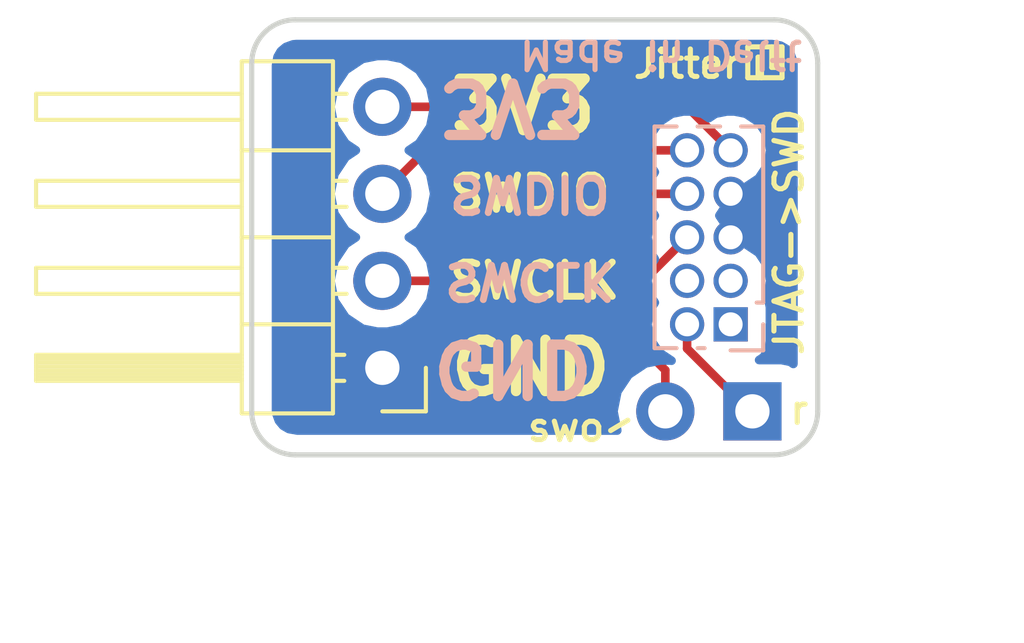
<source format=kicad_pcb>
(kicad_pcb (version 20171130) (host pcbnew "(5.0.1-3-g963ef8bb5)")

  (general
    (thickness 1.6)
    (drawings 34)
    (tracks 14)
    (zones 0)
    (modules 3)
    (nets 7)
  )

  (page A4)
  (layers
    (0 F.Cu signal)
    (31 B.Cu signal)
    (32 B.Adhes user)
    (33 F.Adhes user)
    (34 B.Paste user)
    (35 F.Paste user)
    (36 B.SilkS user)
    (37 F.SilkS user)
    (38 B.Mask user)
    (39 F.Mask user)
    (40 Dwgs.User user)
    (41 Cmts.User user)
    (42 Eco1.User user)
    (43 Eco2.User user)
    (44 Edge.Cuts user)
    (45 Margin user)
    (46 B.CrtYd user)
    (47 F.CrtYd user)
    (48 B.Fab user)
    (49 F.Fab user)
  )

  (setup
    (last_trace_width 0.25)
    (trace_clearance 0.2)
    (zone_clearance 0.508)
    (zone_45_only no)
    (trace_min 0.2)
    (segment_width 0.15)
    (edge_width 0.15)
    (via_size 0.8)
    (via_drill 0.4)
    (via_min_size 0.4)
    (via_min_drill 0.3)
    (uvia_size 0.3)
    (uvia_drill 0.1)
    (uvias_allowed no)
    (uvia_min_size 0.2)
    (uvia_min_drill 0.1)
    (pcb_text_width 0.3)
    (pcb_text_size 1.5 1.5)
    (mod_edge_width 0.15)
    (mod_text_size 1 1)
    (mod_text_width 0.15)
    (pad_size 1.524 1.524)
    (pad_drill 0.762)
    (pad_to_mask_clearance 0.051)
    (solder_mask_min_width 0.25)
    (aux_axis_origin 62.2 54.7)
    (grid_origin 62.2 54.7)
    (visible_elements FFFFFF7F)
    (pcbplotparams
      (layerselection 0x010f0_ffffffff)
      (usegerberextensions false)
      (usegerberattributes false)
      (usegerberadvancedattributes false)
      (creategerberjobfile false)
      (excludeedgelayer true)
      (linewidth 0.100000)
      (plotframeref false)
      (viasonmask false)
      (mode 1)
      (useauxorigin false)
      (hpglpennumber 1)
      (hpglpenspeed 20)
      (hpglpendiameter 15.000000)
      (psnegative false)
      (psa4output false)
      (plotreference true)
      (plotvalue true)
      (plotinvisibletext false)
      (padsonsilk false)
      (subtractmaskfromsilk false)
      (outputformat 1)
      (mirror false)
      (drillshape 0)
      (scaleselection 1)
      (outputdirectory "Fabrication/"))
  )

  (net 0 "")
  (net 1 GND)
  (net 2 +3V3)
  (net 3 /SWDIO)
  (net 4 /SWCLK)
  (net 5 /RESET)
  (net 6 /SWO)

  (net_class Default "This is the default net class."
    (clearance 0.2)
    (trace_width 0.25)
    (via_dia 0.8)
    (via_drill 0.4)
    (uvia_dia 0.3)
    (uvia_drill 0.1)
    (add_net +3V3)
    (add_net /RESET)
    (add_net /SWCLK)
    (add_net /SWDIO)
    (add_net /SWO)
    (add_net GND)
  )

  (module Jitter_Footprints:PinHeader_1x02_P2.54mm_Vertical_no_silk (layer F.Cu) (tedit 5C179D24) (tstamp 5C1B032C)
    (at 76.835 53.34 270)
    (descr "Through hole straight pin header, 1x02, 2.54mm pitch, single row")
    (tags "Through hole pin header THT 1x02 2.54mm single row")
    (path /5C17A25B)
    (fp_text reference J3 (at 0 -2.33 270) (layer F.SilkS) hide
      (effects (font (size 1 1) (thickness 0.15)))
    )
    (fp_text value Conn_01x02_Male (at 0 4.87 270) (layer F.Fab)
      (effects (font (size 1 1) (thickness 0.15)))
    )
    (fp_text user %R (at 0 1.27) (layer F.Fab)
      (effects (font (size 1 1) (thickness 0.15)))
    )
    (fp_line (start 1.8 -1.8) (end -1.8 -1.8) (layer F.CrtYd) (width 0.05))
    (fp_line (start 1.8 4.35) (end 1.8 -1.8) (layer F.CrtYd) (width 0.05))
    (fp_line (start -1.8 4.35) (end 1.8 4.35) (layer F.CrtYd) (width 0.05))
    (fp_line (start -1.8 -1.8) (end -1.8 4.35) (layer F.CrtYd) (width 0.05))
    (fp_line (start -1.27 -0.635) (end -0.635 -1.27) (layer F.Fab) (width 0.1))
    (fp_line (start -1.27 3.81) (end -1.27 -0.635) (layer F.Fab) (width 0.1))
    (fp_line (start 1.27 3.81) (end -1.27 3.81) (layer F.Fab) (width 0.1))
    (fp_line (start 1.27 -1.27) (end 1.27 3.81) (layer F.Fab) (width 0.1))
    (fp_line (start -0.635 -1.27) (end 1.27 -1.27) (layer F.Fab) (width 0.1))
    (pad 2 thru_hole oval (at 0 2.54 270) (size 1.7 1.7) (drill 1) (layers *.Cu *.Mask)
      (net 6 /SWO))
    (pad 1 thru_hole rect (at 0 0 270) (size 1.7 1.7) (drill 1) (layers *.Cu *.Mask)
      (net 5 /RESET))
  )

  (module Connector_PinHeader_2.54mm:PinHeader_1x04_P2.54mm_Horizontal (layer F.Cu) (tedit 5C179801) (tstamp 5C1A26D3)
    (at 66.04 52.07 180)
    (descr "Through hole angled pin header, 1x04, 2.54mm pitch, 6mm pin length, single row")
    (tags "Through hole angled pin header THT 1x04 2.54mm single row")
    (path /5C1792D1)
    (fp_text reference J2 (at -3.175 -1.905) (layer F.SilkS) hide
      (effects (font (size 1 1) (thickness 0.15)))
    )
    (fp_text value Conn_01x04_Male (at 4.385 9.89 180) (layer F.Fab)
      (effects (font (size 1 1) (thickness 0.15)))
    )
    (fp_line (start 2.135 -1.27) (end 4.04 -1.27) (layer F.Fab) (width 0.1))
    (fp_line (start 4.04 -1.27) (end 4.04 8.89) (layer F.Fab) (width 0.1))
    (fp_line (start 4.04 8.89) (end 1.5 8.89) (layer F.Fab) (width 0.1))
    (fp_line (start 1.5 8.89) (end 1.5 -0.635) (layer F.Fab) (width 0.1))
    (fp_line (start 1.5 -0.635) (end 2.135 -1.27) (layer F.Fab) (width 0.1))
    (fp_line (start -0.32 -0.32) (end 1.5 -0.32) (layer F.Fab) (width 0.1))
    (fp_line (start -0.32 -0.32) (end -0.32 0.32) (layer F.Fab) (width 0.1))
    (fp_line (start -0.32 0.32) (end 1.5 0.32) (layer F.Fab) (width 0.1))
    (fp_line (start 4.04 -0.32) (end 10.04 -0.32) (layer F.Fab) (width 0.1))
    (fp_line (start 10.04 -0.32) (end 10.04 0.32) (layer F.Fab) (width 0.1))
    (fp_line (start 4.04 0.32) (end 10.04 0.32) (layer F.Fab) (width 0.1))
    (fp_line (start -0.32 2.22) (end 1.5 2.22) (layer F.Fab) (width 0.1))
    (fp_line (start -0.32 2.22) (end -0.32 2.86) (layer F.Fab) (width 0.1))
    (fp_line (start -0.32 2.86) (end 1.5 2.86) (layer F.Fab) (width 0.1))
    (fp_line (start 4.04 2.22) (end 10.04 2.22) (layer F.Fab) (width 0.1))
    (fp_line (start 10.04 2.22) (end 10.04 2.86) (layer F.Fab) (width 0.1))
    (fp_line (start 4.04 2.86) (end 10.04 2.86) (layer F.Fab) (width 0.1))
    (fp_line (start -0.32 4.76) (end 1.5 4.76) (layer F.Fab) (width 0.1))
    (fp_line (start -0.32 4.76) (end -0.32 5.4) (layer F.Fab) (width 0.1))
    (fp_line (start -0.32 5.4) (end 1.5 5.4) (layer F.Fab) (width 0.1))
    (fp_line (start 4.04 4.76) (end 10.04 4.76) (layer F.Fab) (width 0.1))
    (fp_line (start 10.04 4.76) (end 10.04 5.4) (layer F.Fab) (width 0.1))
    (fp_line (start 4.04 5.4) (end 10.04 5.4) (layer F.Fab) (width 0.1))
    (fp_line (start -0.32 7.3) (end 1.5 7.3) (layer F.Fab) (width 0.1))
    (fp_line (start -0.32 7.3) (end -0.32 7.94) (layer F.Fab) (width 0.1))
    (fp_line (start -0.32 7.94) (end 1.5 7.94) (layer F.Fab) (width 0.1))
    (fp_line (start 4.04 7.3) (end 10.04 7.3) (layer F.Fab) (width 0.1))
    (fp_line (start 10.04 7.3) (end 10.04 7.94) (layer F.Fab) (width 0.1))
    (fp_line (start 4.04 7.94) (end 10.04 7.94) (layer F.Fab) (width 0.1))
    (fp_line (start 1.44 -1.33) (end 1.44 8.95) (layer F.SilkS) (width 0.12))
    (fp_line (start 1.44 8.95) (end 4.1 8.95) (layer F.SilkS) (width 0.12))
    (fp_line (start 4.1 8.95) (end 4.1 -1.33) (layer F.SilkS) (width 0.12))
    (fp_line (start 4.1 -1.33) (end 1.44 -1.33) (layer F.SilkS) (width 0.12))
    (fp_line (start 4.1 -0.38) (end 10.1 -0.38) (layer F.SilkS) (width 0.12))
    (fp_line (start 10.1 -0.38) (end 10.1 0.38) (layer F.SilkS) (width 0.12))
    (fp_line (start 10.1 0.38) (end 4.1 0.38) (layer F.SilkS) (width 0.12))
    (fp_line (start 4.1 -0.32) (end 10.1 -0.32) (layer F.SilkS) (width 0.12))
    (fp_line (start 4.1 -0.2) (end 10.1 -0.2) (layer F.SilkS) (width 0.12))
    (fp_line (start 4.1 -0.08) (end 10.1 -0.08) (layer F.SilkS) (width 0.12))
    (fp_line (start 4.1 0.04) (end 10.1 0.04) (layer F.SilkS) (width 0.12))
    (fp_line (start 4.1 0.16) (end 10.1 0.16) (layer F.SilkS) (width 0.12))
    (fp_line (start 4.1 0.28) (end 10.1 0.28) (layer F.SilkS) (width 0.12))
    (fp_line (start 1.11 -0.38) (end 1.44 -0.38) (layer F.SilkS) (width 0.12))
    (fp_line (start 1.11 0.38) (end 1.44 0.38) (layer F.SilkS) (width 0.12))
    (fp_line (start 1.44 1.27) (end 4.1 1.27) (layer F.SilkS) (width 0.12))
    (fp_line (start 4.1 2.16) (end 10.1 2.16) (layer F.SilkS) (width 0.12))
    (fp_line (start 10.1 2.16) (end 10.1 2.92) (layer F.SilkS) (width 0.12))
    (fp_line (start 10.1 2.92) (end 4.1 2.92) (layer F.SilkS) (width 0.12))
    (fp_line (start 1.042929 2.16) (end 1.44 2.16) (layer F.SilkS) (width 0.12))
    (fp_line (start 1.042929 2.92) (end 1.44 2.92) (layer F.SilkS) (width 0.12))
    (fp_line (start 1.44 3.81) (end 4.1 3.81) (layer F.SilkS) (width 0.12))
    (fp_line (start 4.1 4.7) (end 10.1 4.7) (layer F.SilkS) (width 0.12))
    (fp_line (start 10.1 4.7) (end 10.1 5.46) (layer F.SilkS) (width 0.12))
    (fp_line (start 10.1 5.46) (end 4.1 5.46) (layer F.SilkS) (width 0.12))
    (fp_line (start 1.042929 4.7) (end 1.44 4.7) (layer F.SilkS) (width 0.12))
    (fp_line (start 1.042929 5.46) (end 1.44 5.46) (layer F.SilkS) (width 0.12))
    (fp_line (start 1.44 6.35) (end 4.1 6.35) (layer F.SilkS) (width 0.12))
    (fp_line (start 4.1 7.24) (end 10.1 7.24) (layer F.SilkS) (width 0.12))
    (fp_line (start 10.1 7.24) (end 10.1 8) (layer F.SilkS) (width 0.12))
    (fp_line (start 10.1 8) (end 4.1 8) (layer F.SilkS) (width 0.12))
    (fp_line (start 1.042929 7.24) (end 1.44 7.24) (layer F.SilkS) (width 0.12))
    (fp_line (start 1.042929 8) (end 1.44 8) (layer F.SilkS) (width 0.12))
    (fp_line (start -1.27 0) (end -1.27 -1.27) (layer F.SilkS) (width 0.12))
    (fp_line (start -1.27 -1.27) (end 0 -1.27) (layer F.SilkS) (width 0.12))
    (fp_line (start -1.8 -1.8) (end -1.8 9.4) (layer F.CrtYd) (width 0.05))
    (fp_line (start -1.8 9.4) (end 10.55 9.4) (layer F.CrtYd) (width 0.05))
    (fp_line (start 10.55 9.4) (end 10.55 -1.8) (layer F.CrtYd) (width 0.05))
    (fp_line (start 10.55 -1.8) (end -1.8 -1.8) (layer F.CrtYd) (width 0.05))
    (fp_text user %R (at 2.77 3.81 270) (layer F.Fab)
      (effects (font (size 1 1) (thickness 0.15)))
    )
    (pad 1 thru_hole rect (at 0 0 180) (size 1.7 1.7) (drill 1) (layers *.Cu *.Mask)
      (net 1 GND))
    (pad 2 thru_hole oval (at 0 2.54 180) (size 1.7 1.7) (drill 1) (layers *.Cu *.Mask)
      (net 4 /SWCLK))
    (pad 3 thru_hole oval (at 0 5.08 180) (size 1.7 1.7) (drill 1) (layers *.Cu *.Mask)
      (net 3 /SWDIO))
    (pad 4 thru_hole oval (at 0 7.62 180) (size 1.7 1.7) (drill 1) (layers *.Cu *.Mask)
      (net 2 +3V3))
    (model ${KISYS3DMOD}/Connector_PinHeader_2.54mm.3dshapes/PinHeader_1x04_P2.54mm_Horizontal.wrl
      (at (xyz 0 0 0))
      (scale (xyz 1 1 1))
      (rotate (xyz 0 0 0))
    )
  )

  (module Jitter_Footprints:PinSocket_2x05_P1.27mm_Vertical_Mirrored_Y (layer B.Cu) (tedit 5C179806) (tstamp 5C1A3F2C)
    (at 76.2 50.8)
    (descr "Through hole straight socket strip, 2x05, 1.27mm pitch, double cols (from Kicad 4.0.7), script generated")
    (tags "Through hole socket strip THT 2x05 1.27mm double row")
    (path /5C179050)
    (fp_text reference J1 (at -0.635 2.135 180) (layer B.SilkS) hide
      (effects (font (size 1 1) (thickness 0.15)) (justify mirror))
    )
    (fp_text value Conn_ARM_JTAG_SWD_10 (at -0.635 -7.215) (layer B.Fab)
      (effects (font (size 1 1) (thickness 0.15)) (justify mirror))
    )
    (fp_line (start -2.16 0.635) (end 0.1275 0.635) (layer B.Fab) (width 0.1))
    (fp_line (start 0.1275 0.635) (end 0.89 -0.1275) (layer B.Fab) (width 0.1))
    (fp_line (start 0.89 -0.1275) (end 0.89 -5.715) (layer B.Fab) (width 0.1))
    (fp_line (start 0.89 -5.715) (end -2.16 -5.715) (layer B.Fab) (width 0.1))
    (fp_line (start -2.16 -5.715) (end -2.16 0.635) (layer B.Fab) (width 0.1))
    (fp_line (start -2.22 0.695) (end -1.57753 0.695) (layer B.SilkS) (width 0.12))
    (fp_line (start -0.96247 0.695) (end -0.76 0.695) (layer B.SilkS) (width 0.12))
    (fp_line (start -2.22 0.695) (end -2.22 -5.775) (layer B.SilkS) (width 0.12))
    (fp_line (start 0.30753 -5.775) (end 0.95 -5.775) (layer B.SilkS) (width 0.12))
    (fp_line (start -2.22 -5.775) (end -1.57753 -5.775) (layer B.SilkS) (width 0.12))
    (fp_line (start -0.96247 -5.775) (end -0.30753 -5.775) (layer B.SilkS) (width 0.12))
    (fp_line (start 0.95 -0.635) (end 0.95 -5.775) (layer B.SilkS) (width 0.12))
    (fp_line (start 0.76 -0.635) (end 0.95 -0.635) (layer B.SilkS) (width 0.12))
    (fp_line (start 0.95 0.76) (end 0.95 0) (layer B.SilkS) (width 0.12))
    (fp_line (start 0 0.76) (end 0.95 0.76) (layer B.SilkS) (width 0.12))
    (fp_line (start -2.67 1.15) (end 1.38 1.15) (layer B.CrtYd) (width 0.05))
    (fp_line (start 1.38 1.15) (end 1.38 -6.2) (layer B.CrtYd) (width 0.05))
    (fp_line (start 1.38 -6.2) (end -2.67 -6.2) (layer B.CrtYd) (width 0.05))
    (fp_line (start -2.67 -6.2) (end -2.67 1.15) (layer B.CrtYd) (width 0.05))
    (fp_text user %R (at -0.635 -2.54 -90) (layer B.Fab)
      (effects (font (size 1 1) (thickness 0.15)) (justify mirror))
    )
    (pad 9 thru_hole rect (at 0 0) (size 1 1) (drill 0.7) (layers *.Cu *.Mask))
    (pad 10 thru_hole oval (at -1.27 0) (size 1 1) (drill 0.7) (layers *.Cu *.Mask)
      (net 5 /RESET))
    (pad 7 thru_hole oval (at 0 -1.27) (size 1 1) (drill 0.7) (layers *.Cu *.Mask))
    (pad 8 thru_hole oval (at -1.27 -1.27) (size 1 1) (drill 0.7) (layers *.Cu *.Mask))
    (pad 5 thru_hole oval (at 0 -2.54) (size 1 1) (drill 0.7) (layers *.Cu *.Mask)
      (net 1 GND))
    (pad 6 thru_hole oval (at -1.27 -2.54) (size 1 1) (drill 0.7) (layers *.Cu *.Mask)
      (net 6 /SWO))
    (pad 3 thru_hole oval (at 0 -3.81) (size 1 1) (drill 0.7) (layers *.Cu *.Mask)
      (net 1 GND))
    (pad 4 thru_hole oval (at -1.27 -3.81) (size 1 1) (drill 0.7) (layers *.Cu *.Mask)
      (net 4 /SWCLK))
    (pad 1 thru_hole oval (at 0 -5.08) (size 1 1) (drill 0.7) (layers *.Cu *.Mask)
      (net 2 +3V3))
    (pad 2 thru_hole oval (at -1.27 -5.08) (size 1 1) (drill 0.7) (layers *.Cu *.Mask)
      (net 3 /SWDIO))
    (model ${KISYS3DMOD}/Connector_PinSocket_1.27mm.3dshapes/PinSocket_2x05_P1.27mm_Vertical.wrl
      (at (xyz 0 0 0))
      (scale (xyz 1 1 1))
      (rotate (xyz 0 0 0))
    )
  )

  (gr_text r (at 78.2 53.3) (layer F.SilkS) (tstamp 5C26C1DC)
    (effects (font (size 0.8 0.8) (thickness 0.15)))
  )
  (gr_line (start 72.7 53.9) (end 73.2 53.6) (layer F.SilkS) (width 0.15))
  (gr_text JTAG->SWD (at 77.9 48.1 90) (layer F.SilkS) (tstamp 5C26BA9B)
    (effects (font (size 0.8 0.8) (thickness 0.15)))
  )
  (gr_line (start 77.6 42.7) (end 77.6 43.3) (layer F.SilkS) (width 0.15))
  (gr_line (start 77.5 42.7) (end 77.5 43.3) (layer F.SilkS) (width 0.15))
  (gr_line (start 77.7 43.3) (end 77.7 42.7) (layer F.SilkS) (width 0.15))
  (gr_line (start 77.7 42.7) (end 76.7 42.7) (layer F.SilkS) (width 0.15))
  (gr_line (start 77.4 43.3) (end 77.4 42.7) (layer F.SilkS) (width 0.15))
  (gr_line (start 77.7 43.3) (end 77.4 43.3) (layer F.SilkS) (width 0.15))
  (gr_line (start 77.7 43.6) (end 77.7 43.3) (layer F.SilkS) (width 0.15))
  (gr_line (start 76.7 43.6) (end 77.7 43.6) (layer F.SilkS) (width 0.15))
  (gr_line (start 77.1 43) (end 77.1 43.6) (layer F.SilkS) (width 0.15))
  (gr_line (start 77 43) (end 77.1 43) (layer F.SilkS) (width 0.15))
  (gr_line (start 77 43.6) (end 77 43) (layer F.SilkS) (width 0.15))
  (gr_line (start 76.7 42.7) (end 76.7 43.6) (layer F.SilkS) (width 0.15))
  (gr_text "Made in Delft" (at 74.168 42.926 180) (layer B.SilkS) (tstamp 5C26B869)
    (effects (font (size 0.8 0.8) (thickness 0.15)) (justify mirror))
  )
  (gr_text Jitter (at 74.93 43.2) (layer F.SilkS) (tstamp 5C26B860)
    (effects (font (size 0.8 0.8) (thickness 0.15)))
  )
  (gr_arc (start 63.5 43.18) (end 63.5 41.91) (angle -90) (layer Edge.Cuts) (width 0.15))
  (gr_arc (start 63.5 53.34) (end 62.23 53.34) (angle -90) (layer Edge.Cuts) (width 0.15))
  (gr_arc (start 77.47 53.34) (end 77.47 54.61) (angle -90) (layer Edge.Cuts) (width 0.15))
  (gr_arc (start 77.47 43.18) (end 78.74 43.18) (angle -90) (layer Edge.Cuts) (width 0.15))
  (gr_text swo (at 71.4 53.8) (layer F.SilkS) (tstamp 5C1B034B)
    (effects (font (size 0.8 0.8) (thickness 0.15)))
  )
  (gr_text SWCLK (at 70.342143 49.53 180) (layer B.SilkS) (tstamp 5C1A431F)
    (effects (font (size 1 1) (thickness 0.2)) (justify mirror))
  )
  (gr_text SWDIO (at 70.342143 46.99 180) (layer B.SilkS) (tstamp 5C1A431A)
    (effects (font (size 1 1) (thickness 0.2)) (justify mirror))
  )
  (gr_text SWDIO (at 70.342143 46.99) (layer F.SilkS) (tstamp 5C1A4104)
    (effects (font (size 1 1) (thickness 0.2)))
  )
  (gr_text SWCLK (at 70.485 49.53) (layer F.SilkS) (tstamp 5C1A4052)
    (effects (font (size 1 1) (thickness 0.2)))
  )
  (gr_text GND (at 70.368333 52.07) (layer F.SilkS) (tstamp 5C1A4043)
    (effects (font (size 1.5 1.5) (thickness 0.3)))
  )
  (gr_text 3V3 (at 70.154047 44.45) (layer F.SilkS) (tstamp 5C1A403D)
    (effects (font (size 1.5 1.5) (thickness 0.3)))
  )
  (gr_text GND (at 69.85 52.07 180) (layer B.SilkS) (tstamp 5C1A27AF)
    (effects (font (size 1.5 1.5) (thickness 0.3)) (justify mirror))
  )
  (gr_text 3V3 (at 69.85 44.45 180) (layer B.SilkS)
    (effects (font (size 1.5 1.5) (thickness 0.3)) (justify mirror))
  )
  (gr_line (start 77.47 41.91) (end 63.5 41.91) (layer Edge.Cuts) (width 0.15))
  (gr_line (start 78.74 53.34) (end 78.74 43.18) (layer Edge.Cuts) (width 0.15))
  (gr_line (start 63.5 54.61) (end 77.47 54.61) (layer Edge.Cuts) (width 0.15))
  (gr_line (start 62.23 43.18) (end 62.23 53.34) (layer Edge.Cuts) (width 0.15))

  (segment (start 74.93 44.45) (end 76.2 45.72) (width 0.25) (layer F.Cu) (net 2))
  (segment (start 66.04 44.45) (end 74.93 44.45) (width 0.25) (layer F.Cu) (net 2))
  (segment (start 67.31 45.72) (end 74.93 45.72) (width 0.25) (layer F.Cu) (net 3))
  (segment (start 66.04 46.99) (end 67.31 45.72) (width 0.25) (layer F.Cu) (net 3))
  (segment (start 66.04 49.53) (end 67.945 49.53) (width 0.25) (layer F.Cu) (net 4))
  (segment (start 70.485 46.99) (end 74.93 46.99) (width 0.25) (layer F.Cu) (net 4))
  (segment (start 67.945 49.53) (end 70.485 46.99) (width 0.25) (layer F.Cu) (net 4))
  (segment (start 76.762894 53.34) (end 76.835 53.34) (width 0.25) (layer F.Cu) (net 5))
  (segment (start 74.93 51.507106) (end 76.762894 53.34) (width 0.25) (layer F.Cu) (net 5))
  (segment (start 74.93 50.8) (end 74.93 51.507106) (width 0.25) (layer F.Cu) (net 5))
  (segment (start 74.295 52.137919) (end 74.295 53.34) (width 0.25) (layer F.Cu) (net 6))
  (segment (start 73.66 51.502919) (end 74.295 52.137919) (width 0.25) (layer F.Cu) (net 6))
  (segment (start 73.66 49.53) (end 73.66 51.502919) (width 0.25) (layer F.Cu) (net 6))
  (segment (start 74.93 48.26) (end 73.66 49.53) (width 0.25) (layer F.Cu) (net 6))

  (zone (net 1) (net_name GND) (layer B.Cu) (tstamp 5C275645) (hatch edge 0.508)
    (connect_pads yes (clearance 0.508))
    (min_thickness 0.254)
    (fill yes (arc_segments 16) (thermal_gap 0.508) (thermal_bridge_width 0.508))
    (polygon
      (pts
        (xy 62.23 41.91) (xy 78.74 41.91) (xy 78.74 54.61) (xy 62.23 54.61)
      )
    )
    (filled_polygon
      (pts
        (xy 77.657787 42.664065) (xy 77.82292 42.759405) (xy 77.945488 42.905477) (xy 78.021555 43.114465) (xy 78.030001 43.211007)
        (xy 78.03 51.956814) (xy 77.932765 51.891843) (xy 77.685 51.84256) (xy 77.030971 51.84256) (xy 77.157809 51.757809)
        (xy 77.298157 51.547765) (xy 77.34744 51.3) (xy 77.34744 50.3) (xy 77.298157 50.052235) (xy 77.257131 49.990836)
        (xy 77.269146 49.972855) (xy 77.357235 49.53) (xy 77.269146 49.087145) (xy 77.018289 48.711711) (xy 76.642855 48.460854)
        (xy 76.311783 48.395) (xy 76.088217 48.395) (xy 76.059235 48.400765) (xy 76.087235 48.26) (xy 75.999146 47.817145)
        (xy 75.870759 47.625) (xy 75.999146 47.432855) (xy 76.087235 46.99) (xy 76.059235 46.849235) (xy 76.088217 46.855)
        (xy 76.311783 46.855) (xy 76.642855 46.789146) (xy 77.018289 46.538289) (xy 77.269146 46.162855) (xy 77.357235 45.72)
        (xy 77.269146 45.277145) (xy 77.018289 44.901711) (xy 76.642855 44.650854) (xy 76.311783 44.585) (xy 76.088217 44.585)
        (xy 75.757145 44.650854) (xy 75.565 44.779241) (xy 75.372855 44.650854) (xy 75.041783 44.585) (xy 74.818217 44.585)
        (xy 74.487145 44.650854) (xy 74.111711 44.901711) (xy 73.860854 45.277145) (xy 73.772765 45.72) (xy 73.860854 46.162855)
        (xy 73.989241 46.355) (xy 73.860854 46.547145) (xy 73.772765 46.99) (xy 73.860854 47.432855) (xy 73.989241 47.625)
        (xy 73.860854 47.817145) (xy 73.772765 48.26) (xy 73.860854 48.702855) (xy 73.989241 48.895) (xy 73.860854 49.087145)
        (xy 73.772765 49.53) (xy 73.860854 49.972855) (xy 73.989241 50.165) (xy 73.860854 50.357145) (xy 73.772765 50.8)
        (xy 73.860854 51.242855) (xy 74.111711 51.618289) (xy 74.476451 51.862001) (xy 74.441256 51.855) (xy 74.148744 51.855)
        (xy 73.715582 51.941161) (xy 73.224375 52.269375) (xy 72.896161 52.760582) (xy 72.780908 53.34) (xy 72.892299 53.9)
        (xy 63.562119 53.9) (xy 63.312213 53.855935) (xy 63.147081 53.760596) (xy 63.024512 53.614524) (xy 62.948445 53.405532)
        (xy 62.94 53.309004) (xy 62.94 44.45) (xy 64.525908 44.45) (xy 64.641161 45.029418) (xy 64.969375 45.520625)
        (xy 65.267761 45.72) (xy 64.969375 45.919375) (xy 64.641161 46.410582) (xy 64.525908 46.99) (xy 64.641161 47.569418)
        (xy 64.969375 48.060625) (xy 65.267761 48.26) (xy 64.969375 48.459375) (xy 64.641161 48.950582) (xy 64.525908 49.53)
        (xy 64.641161 50.109418) (xy 64.969375 50.600625) (xy 65.460582 50.928839) (xy 65.893744 51.015) (xy 66.186256 51.015)
        (xy 66.619418 50.928839) (xy 67.110625 50.600625) (xy 67.438839 50.109418) (xy 67.554092 49.53) (xy 67.438839 48.950582)
        (xy 67.110625 48.459375) (xy 66.812239 48.26) (xy 67.110625 48.060625) (xy 67.438839 47.569418) (xy 67.554092 46.99)
        (xy 67.438839 46.410582) (xy 67.110625 45.919375) (xy 66.812239 45.72) (xy 67.110625 45.520625) (xy 67.438839 45.029418)
        (xy 67.554092 44.45) (xy 67.438839 43.870582) (xy 67.110625 43.379375) (xy 66.619418 43.051161) (xy 66.186256 42.965)
        (xy 65.893744 42.965) (xy 65.460582 43.051161) (xy 64.969375 43.379375) (xy 64.641161 43.870582) (xy 64.525908 44.45)
        (xy 62.94 44.45) (xy 62.94 43.242119) (xy 62.984065 42.992213) (xy 63.079405 42.82708) (xy 63.225477 42.704512)
        (xy 63.434465 42.628445) (xy 63.530996 42.62) (xy 77.407881 42.62)
      )
    )
  )
)

</source>
